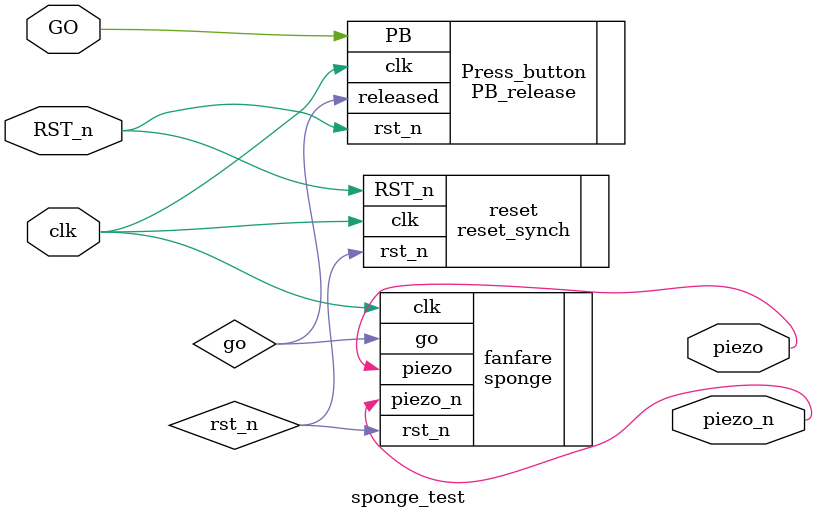
<source format=sv>
module sponge_test(
	input clk,
	input GO, RST_n,
	output piezo, piezo_n
);

// Signals to connect PB with fanfare
logic go;
// Signals to connect Reset with fanfare
logic rst_n;

// Synchronize PB to start fanfare
PB_release Press_button(.clk(clk), .rst_n(RST_n), .PB(GO), .released(go));

// Synchronize Reset to reset ALL blocks
reset_synch reset(.clk(clk), .RST_n(RST_n), .rst_n(rst_n));

// Connect fanfare block
sponge #(0) fanfare(.clk(clk), .rst_n(rst_n), .go(go), .piezo(piezo), .piezo_n(piezo_n));


endmodule
</source>
